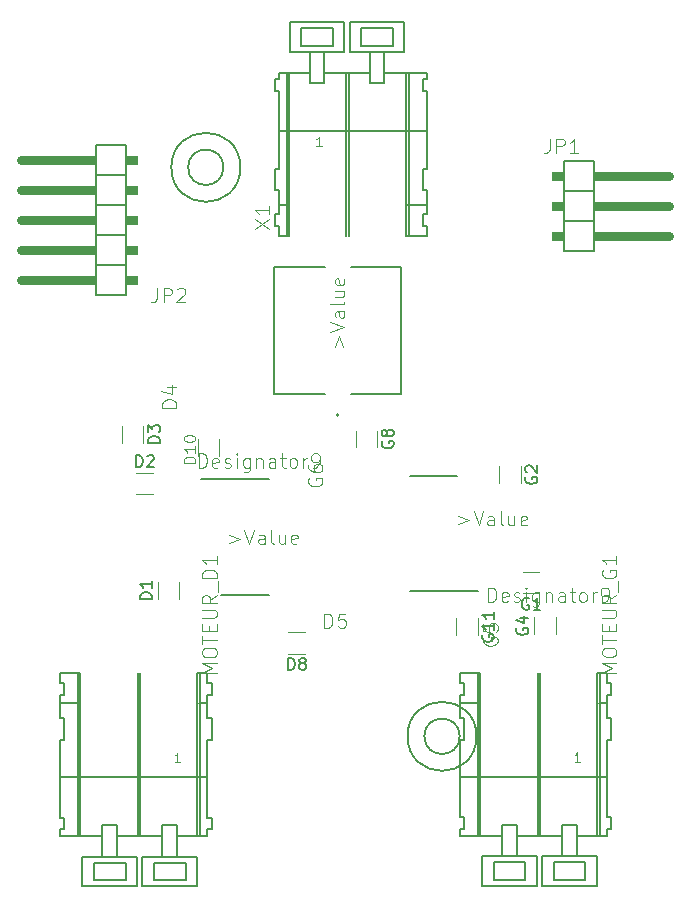
<source format=gbr>
%TF.GenerationSoftware,KiCad,Pcbnew,5.99.0+really5.1.10+dfsg1-1*%
%TF.CreationDate,2022-06-20T00:45:27+02:00*%
%TF.ProjectId,PontHComplet_MK2,506f6e74-4843-46f6-9d70-6c65745f4d4b,rev?*%
%TF.SameCoordinates,Original*%
%TF.FileFunction,Legend,Top*%
%TF.FilePolarity,Positive*%
%FSLAX46Y46*%
G04 Gerber Fmt 4.6, Leading zero omitted, Abs format (unit mm)*
G04 Created by KiCad (PCBNEW 5.99.0+really5.1.10+dfsg1-1) date 2022-06-20 00:45:27*
%MOMM*%
%LPD*%
G01*
G04 APERTURE LIST*
%ADD10C,0.120000*%
%ADD11C,0.203200*%
%ADD12C,0.152400*%
%ADD13C,0.100000*%
%ADD14C,0.762000*%
%ADD15C,0.150000*%
%ADD16C,0.077216*%
%ADD17C,0.096520*%
%ADD18C,0.076200*%
%ADD19C,0.120650*%
%ADD20C,0.065024*%
G04 APERTURE END LIST*
D10*
%TO.C,G11*%
X160010000Y-119188748D02*
X160010000Y-120611252D01*
X158190000Y-119188748D02*
X158190000Y-120611252D01*
%TO.C,D1*%
X132924424Y-117527532D02*
X132924424Y-116105028D01*
X134744424Y-117527532D02*
X134744424Y-116105028D01*
%TO.C,D2*%
X131109335Y-106871986D02*
X132531839Y-106871986D01*
X131109335Y-108691986D02*
X132531839Y-108691986D01*
%TO.C,D3*%
X131710000Y-102888748D02*
X131710000Y-104311252D01*
X129890000Y-102888748D02*
X129890000Y-104311252D01*
%TO.C,D8*%
X145413764Y-122164899D02*
X143991260Y-122164899D01*
X145413764Y-120344899D02*
X143991260Y-120344899D01*
%TO.C,G1*%
X165251529Y-117065945D02*
X163829025Y-117065945D01*
X165251529Y-115245945D02*
X163829025Y-115245945D01*
%TO.C,G2*%
X163670596Y-106307134D02*
X163670596Y-107729638D01*
X161850596Y-106307134D02*
X161850596Y-107729638D01*
%TO.C,G4*%
X164792709Y-120519026D02*
X164792709Y-119096522D01*
X166612709Y-120519026D02*
X166612709Y-119096522D01*
%TO.C,G8*%
X151510000Y-103288748D02*
X151510000Y-104711252D01*
X149690000Y-103288748D02*
X149690000Y-104711252D01*
%TO.C,D10*%
X136340000Y-105461252D02*
X136340000Y-104038748D01*
X138160000Y-105461252D02*
X138160000Y-104038748D01*
D11*
%TO.C,DRIVER_DROIT1*%
X136623956Y-107425283D02*
X142338956Y-107425283D01*
X138325756Y-117229683D02*
X142338956Y-117229683D01*
%TO.C,DRIVER_GAUCHE1*%
X160012468Y-116911524D02*
X154297468Y-116911524D01*
X158310668Y-107107124D02*
X154297468Y-107107124D01*
D12*
%TO.C,G3*%
X147073156Y-89455077D02*
X142780556Y-89455077D01*
X149257556Y-100224677D02*
X153550156Y-100224677D01*
X142780556Y-100224677D02*
X147073156Y-100224677D01*
X142780556Y-89455077D02*
X142780556Y-100224677D01*
X153550156Y-89455077D02*
X149257556Y-89455077D01*
X153550156Y-100224677D02*
X153550156Y-89455077D01*
X148165356Y-101901077D02*
G75*
G03*
X148165356Y-102053477I0J-76200D01*
G01*
X148165356Y-102053477D02*
G75*
G03*
X148165356Y-101901077I0J76200D01*
G01*
D13*
%TO.C,JP1*%
G36*
X166290465Y-86438205D02*
G01*
X166290465Y-87200205D01*
X167306465Y-87200205D01*
X167306465Y-86438205D01*
X166290465Y-86438205D01*
G37*
G36*
X166290465Y-83898205D02*
G01*
X166290465Y-84660205D01*
X167306465Y-84660205D01*
X167306465Y-83898205D01*
X166290465Y-83898205D01*
G37*
G36*
X166290465Y-81358205D02*
G01*
X166290465Y-82120205D01*
X167306465Y-82120205D01*
X167306465Y-81358205D01*
X166290465Y-81358205D01*
G37*
G36*
X169846465Y-86438205D02*
G01*
X169846465Y-87200205D01*
X170354465Y-87200205D01*
X170354465Y-86438205D01*
X169846465Y-86438205D01*
G37*
G36*
X169846465Y-83898205D02*
G01*
X169846465Y-84660205D01*
X170354465Y-84660205D01*
X170354465Y-83898205D01*
X169846465Y-83898205D01*
G37*
G36*
X169846465Y-81358205D02*
G01*
X169846465Y-82120205D01*
X170354465Y-82120205D01*
X170354465Y-81358205D01*
X169846465Y-81358205D01*
G37*
D14*
X176196465Y-86819205D02*
X170481465Y-86819205D01*
D12*
X169846465Y-88089205D02*
X169846465Y-85549205D01*
X167306465Y-88089205D02*
X169846465Y-88089205D01*
X167306465Y-85549205D02*
X167306465Y-88089205D01*
D14*
X176196465Y-84279205D02*
X170481465Y-84279205D01*
D12*
X169846465Y-85549205D02*
X169846465Y-83009205D01*
X167306465Y-85549205D02*
X169846465Y-85549205D01*
X167306465Y-83009205D02*
X167306465Y-85549205D01*
D14*
X176196465Y-81739205D02*
X170481465Y-81739205D01*
D12*
X169846465Y-80469205D02*
X167306465Y-80469205D01*
X169846465Y-83009205D02*
X169846465Y-80469205D01*
X167306465Y-83009205D02*
X169846465Y-83009205D01*
X167306465Y-80469205D02*
X167306465Y-83009205D01*
D13*
%TO.C,JP2*%
G36*
X131253706Y-80798136D02*
G01*
X131253706Y-80036136D01*
X130237706Y-80036136D01*
X130237706Y-80798136D01*
X131253706Y-80798136D01*
G37*
G36*
X131253706Y-83338136D02*
G01*
X131253706Y-82576136D01*
X130237706Y-82576136D01*
X130237706Y-83338136D01*
X131253706Y-83338136D01*
G37*
G36*
X131253706Y-85878136D02*
G01*
X131253706Y-85116136D01*
X130237706Y-85116136D01*
X130237706Y-85878136D01*
X131253706Y-85878136D01*
G37*
G36*
X131253706Y-88418136D02*
G01*
X131253706Y-87656136D01*
X130237706Y-87656136D01*
X130237706Y-88418136D01*
X131253706Y-88418136D01*
G37*
G36*
X131253706Y-90958136D02*
G01*
X131253706Y-90196136D01*
X130237706Y-90196136D01*
X130237706Y-90958136D01*
X131253706Y-90958136D01*
G37*
G36*
X127697706Y-80798136D02*
G01*
X127697706Y-80036136D01*
X127189706Y-80036136D01*
X127189706Y-80798136D01*
X127697706Y-80798136D01*
G37*
G36*
X127697706Y-83338136D02*
G01*
X127697706Y-82576136D01*
X127189706Y-82576136D01*
X127189706Y-83338136D01*
X127697706Y-83338136D01*
G37*
G36*
X127697706Y-85878136D02*
G01*
X127697706Y-85116136D01*
X127189706Y-85116136D01*
X127189706Y-85878136D01*
X127697706Y-85878136D01*
G37*
G36*
X127697706Y-88418136D02*
G01*
X127697706Y-87656136D01*
X127189706Y-87656136D01*
X127189706Y-88418136D01*
X127697706Y-88418136D01*
G37*
G36*
X127697706Y-90958136D02*
G01*
X127697706Y-90196136D01*
X127189706Y-90196136D01*
X127189706Y-90958136D01*
X127697706Y-90958136D01*
G37*
D14*
X121347706Y-80417136D02*
X127062706Y-80417136D01*
D12*
X127697706Y-79147136D02*
X127697706Y-81687136D01*
X130237706Y-79147136D02*
X127697706Y-79147136D01*
X130237706Y-81687136D02*
X130237706Y-79147136D01*
D14*
X121347706Y-82957136D02*
X127062706Y-82957136D01*
D12*
X127697706Y-81687136D02*
X127697706Y-84227136D01*
X130237706Y-81687136D02*
X127697706Y-81687136D01*
X130237706Y-84227136D02*
X130237706Y-81687136D01*
D14*
X121347706Y-85497136D02*
X127062706Y-85497136D01*
D12*
X127697706Y-84227136D02*
X127697706Y-86767136D01*
X130237706Y-84227136D02*
X127697706Y-84227136D01*
X130237706Y-86767136D02*
X130237706Y-84227136D01*
D14*
X121347706Y-88037136D02*
X127062706Y-88037136D01*
D12*
X127697706Y-86767136D02*
X127697706Y-89307136D01*
X130237706Y-86767136D02*
X127697706Y-86767136D01*
X130237706Y-89307136D02*
X130237706Y-86767136D01*
D14*
X121347706Y-90577136D02*
X127062706Y-90577136D01*
D12*
X127697706Y-91847136D02*
X130237706Y-91847136D01*
X127697706Y-89307136D02*
X127697706Y-91847136D01*
X130237706Y-89307136D02*
X127697706Y-89307136D01*
X130237706Y-91847136D02*
X130237706Y-89307136D01*
D11*
%TO.C,MOTEUR_D1*%
X137083406Y-132660636D02*
X124673406Y-132660636D01*
X133308406Y-137585636D02*
X129474406Y-137585636D01*
X131253406Y-137560636D02*
X131253406Y-123810636D01*
X131453406Y-137560636D02*
X131453406Y-123810636D01*
X126173406Y-137560636D02*
X126173406Y-123810636D01*
X128228406Y-137585636D02*
X124648406Y-137585636D01*
X128253406Y-136710636D02*
X128253406Y-139360636D01*
X129453406Y-136710636D02*
X128253406Y-136710636D01*
X129453406Y-139360636D02*
X129453406Y-136710636D01*
X127503406Y-141360636D02*
X130203406Y-141360636D01*
X127503406Y-139860636D02*
X127503406Y-141360636D01*
X130203406Y-139860636D02*
X127503406Y-139860636D01*
X130203406Y-141360636D02*
X130203406Y-139860636D01*
X124973406Y-137060636D02*
X124973406Y-136060636D01*
X124623406Y-137060636D02*
X124973406Y-137060636D01*
X126373406Y-137560636D02*
X126373406Y-123810636D01*
X126553406Y-141860636D02*
X131153406Y-141860636D01*
X126553406Y-139360636D02*
X126553406Y-141860636D01*
X128253406Y-139360636D02*
X126553406Y-139360636D01*
X129453406Y-139360636D02*
X128253406Y-139360636D01*
X131153406Y-139360636D02*
X129453406Y-139360636D01*
X131153406Y-141860636D02*
X131153406Y-139360636D01*
X124623406Y-137060636D02*
X124623406Y-137560636D01*
X124973406Y-124660636D02*
X124623406Y-124660636D01*
X124973406Y-125660636D02*
X124973406Y-124660636D01*
X124623406Y-125660636D02*
X124973406Y-125660636D01*
X124973406Y-127660636D02*
X124623406Y-127660636D01*
X124973406Y-129460636D02*
X124973406Y-127660636D01*
X124623406Y-129460636D02*
X124973406Y-129460636D01*
X124973406Y-136060636D02*
X124623406Y-136060636D01*
X126323406Y-126360636D02*
X124623406Y-126360636D01*
X124623406Y-129460636D02*
X124623406Y-136060636D01*
X124623406Y-126360636D02*
X124623406Y-127660636D01*
X124623406Y-125660636D02*
X124623406Y-126360636D01*
X124623406Y-123810636D02*
X124623406Y-124660636D01*
X126373406Y-123810636D02*
X124623406Y-123810636D01*
X136483406Y-137560636D02*
X136483406Y-123810636D01*
X137133406Y-137585636D02*
X134558406Y-137585636D01*
X133333406Y-136710636D02*
X133333406Y-139360636D01*
X134533406Y-136710636D02*
X133333406Y-136710636D01*
X134533406Y-139360636D02*
X134533406Y-136710636D01*
X132583406Y-141360636D02*
X135283406Y-141360636D01*
X132583406Y-139860636D02*
X132583406Y-141360636D01*
X135283406Y-139860636D02*
X132583406Y-139860636D01*
X135283406Y-141360636D02*
X135283406Y-139860636D01*
X131633406Y-141860636D02*
X136233406Y-141860636D01*
X131633406Y-139360636D02*
X131633406Y-141860636D01*
X133333406Y-139360636D02*
X131633406Y-139360636D01*
X134533406Y-139360636D02*
X133333406Y-139360636D01*
X136233406Y-139360636D02*
X134533406Y-139360636D01*
X136233406Y-141860636D02*
X136233406Y-139360636D01*
X136283406Y-137560636D02*
X136283406Y-123810636D01*
X137483406Y-137060636D02*
X137483406Y-136060636D01*
X137133406Y-137060636D02*
X137483406Y-137060636D01*
X137133406Y-137585636D02*
X137133406Y-137060636D01*
X137133406Y-126360636D02*
X136433406Y-126360636D01*
X136483406Y-123810636D02*
X136283406Y-123810636D01*
X137133406Y-123810636D02*
X136483406Y-123810636D01*
X137133406Y-124660636D02*
X137133406Y-123810636D01*
X137483406Y-124660636D02*
X137133406Y-124660636D01*
X137483406Y-125660636D02*
X137483406Y-124660636D01*
X137133406Y-125660636D02*
X137483406Y-125660636D01*
X137133406Y-127660636D02*
X137133406Y-125660636D01*
X137483406Y-127660636D02*
X137133406Y-127660636D01*
X137483406Y-129460636D02*
X137483406Y-127660636D01*
X137133406Y-129460636D02*
X137483406Y-129460636D01*
X137133406Y-136060636D02*
X137133406Y-129460636D01*
X137483406Y-136060636D02*
X137133406Y-136060636D01*
%TO.C,MOTEUR_G1*%
X170941606Y-132649205D02*
X158531606Y-132649205D01*
X167166606Y-137574205D02*
X163332606Y-137574205D01*
X165111606Y-137549205D02*
X165111606Y-123799205D01*
X165311606Y-137549205D02*
X165311606Y-123799205D01*
X160031606Y-137549205D02*
X160031606Y-123799205D01*
X162086606Y-137574205D02*
X158506606Y-137574205D01*
X162111606Y-136699205D02*
X162111606Y-139349205D01*
X163311606Y-136699205D02*
X162111606Y-136699205D01*
X163311606Y-139349205D02*
X163311606Y-136699205D01*
X161361606Y-141349205D02*
X164061606Y-141349205D01*
X161361606Y-139849205D02*
X161361606Y-141349205D01*
X164061606Y-139849205D02*
X161361606Y-139849205D01*
X164061606Y-141349205D02*
X164061606Y-139849205D01*
X158831606Y-137049205D02*
X158831606Y-136049205D01*
X158481606Y-137049205D02*
X158831606Y-137049205D01*
X160231606Y-137549205D02*
X160231606Y-123799205D01*
X160411606Y-141849205D02*
X165011606Y-141849205D01*
X160411606Y-139349205D02*
X160411606Y-141849205D01*
X162111606Y-139349205D02*
X160411606Y-139349205D01*
X163311606Y-139349205D02*
X162111606Y-139349205D01*
X165011606Y-139349205D02*
X163311606Y-139349205D01*
X165011606Y-141849205D02*
X165011606Y-139349205D01*
X158481606Y-137049205D02*
X158481606Y-137549205D01*
X158831606Y-124649205D02*
X158481606Y-124649205D01*
X158831606Y-125649205D02*
X158831606Y-124649205D01*
X158481606Y-125649205D02*
X158831606Y-125649205D01*
X158831606Y-127649205D02*
X158481606Y-127649205D01*
X158831606Y-129449205D02*
X158831606Y-127649205D01*
X158481606Y-129449205D02*
X158831606Y-129449205D01*
X158831606Y-136049205D02*
X158481606Y-136049205D01*
X160181606Y-126349205D02*
X158481606Y-126349205D01*
X158481606Y-129449205D02*
X158481606Y-136049205D01*
X158481606Y-126349205D02*
X158481606Y-127649205D01*
X158481606Y-125649205D02*
X158481606Y-126349205D01*
X158481606Y-123799205D02*
X158481606Y-124649205D01*
X160231606Y-123799205D02*
X158481606Y-123799205D01*
X170341606Y-137549205D02*
X170341606Y-123799205D01*
X170991606Y-137574205D02*
X168416606Y-137574205D01*
X167191606Y-136699205D02*
X167191606Y-139349205D01*
X168391606Y-136699205D02*
X167191606Y-136699205D01*
X168391606Y-139349205D02*
X168391606Y-136699205D01*
X166441606Y-141349205D02*
X169141606Y-141349205D01*
X166441606Y-139849205D02*
X166441606Y-141349205D01*
X169141606Y-139849205D02*
X166441606Y-139849205D01*
X169141606Y-141349205D02*
X169141606Y-139849205D01*
X165491606Y-141849205D02*
X170091606Y-141849205D01*
X165491606Y-139349205D02*
X165491606Y-141849205D01*
X167191606Y-139349205D02*
X165491606Y-139349205D01*
X168391606Y-139349205D02*
X167191606Y-139349205D01*
X170091606Y-139349205D02*
X168391606Y-139349205D01*
X170091606Y-141849205D02*
X170091606Y-139349205D01*
X170141606Y-137549205D02*
X170141606Y-123799205D01*
X171341606Y-137049205D02*
X171341606Y-136049205D01*
X170991606Y-137049205D02*
X171341606Y-137049205D01*
X170991606Y-137574205D02*
X170991606Y-137049205D01*
X170991606Y-126349205D02*
X170291606Y-126349205D01*
X170341606Y-123799205D02*
X170141606Y-123799205D01*
X170991606Y-123799205D02*
X170341606Y-123799205D01*
X170991606Y-124649205D02*
X170991606Y-123799205D01*
X171341606Y-124649205D02*
X170991606Y-124649205D01*
X171341606Y-125649205D02*
X171341606Y-124649205D01*
X170991606Y-125649205D02*
X171341606Y-125649205D01*
X170991606Y-127649205D02*
X170991606Y-125649205D01*
X171341606Y-127649205D02*
X170991606Y-127649205D01*
X171341606Y-129449205D02*
X171341606Y-127649205D01*
X170991606Y-129449205D02*
X171341606Y-129449205D01*
X170991606Y-136049205D02*
X170991606Y-129449205D01*
X171341606Y-136049205D02*
X170991606Y-136049205D01*
%TO.C,X1*%
X143280577Y-77927102D02*
X155690577Y-77927102D01*
X147055577Y-73002102D02*
X150889577Y-73002102D01*
X149110577Y-73027102D02*
X149110577Y-86777102D01*
X148910577Y-73027102D02*
X148910577Y-86777102D01*
X154190577Y-73027102D02*
X154190577Y-86777102D01*
X152135577Y-73002102D02*
X155715577Y-73002102D01*
X152110577Y-73877102D02*
X152110577Y-71227102D01*
X150910577Y-73877102D02*
X152110577Y-73877102D01*
X150910577Y-71227102D02*
X150910577Y-73877102D01*
X152860577Y-69227102D02*
X150160577Y-69227102D01*
X152860577Y-70727102D02*
X152860577Y-69227102D01*
X150160577Y-70727102D02*
X152860577Y-70727102D01*
X150160577Y-69227102D02*
X150160577Y-70727102D01*
X155390577Y-73527102D02*
X155390577Y-74527102D01*
X155740577Y-73527102D02*
X155390577Y-73527102D01*
X153990577Y-73027102D02*
X153990577Y-86777102D01*
X153810577Y-68727102D02*
X149210577Y-68727102D01*
X153810577Y-71227102D02*
X153810577Y-68727102D01*
X152110577Y-71227102D02*
X153810577Y-71227102D01*
X150910577Y-71227102D02*
X152110577Y-71227102D01*
X149210577Y-71227102D02*
X150910577Y-71227102D01*
X149210577Y-68727102D02*
X149210577Y-71227102D01*
X155740577Y-73527102D02*
X155740577Y-73027102D01*
X155390577Y-85927102D02*
X155740577Y-85927102D01*
X155390577Y-84927102D02*
X155390577Y-85927102D01*
X155740577Y-84927102D02*
X155390577Y-84927102D01*
X155390577Y-82927102D02*
X155740577Y-82927102D01*
X155390577Y-81127102D02*
X155390577Y-82927102D01*
X155740577Y-81127102D02*
X155390577Y-81127102D01*
X155390577Y-74527102D02*
X155740577Y-74527102D01*
X154040577Y-84227102D02*
X155740577Y-84227102D01*
X155740577Y-81127102D02*
X155740577Y-74527102D01*
X155740577Y-84227102D02*
X155740577Y-82927102D01*
X155740577Y-84927102D02*
X155740577Y-84227102D01*
X155740577Y-86777102D02*
X155740577Y-85927102D01*
X153990577Y-86777102D02*
X155740577Y-86777102D01*
X143880577Y-73027102D02*
X143880577Y-86777102D01*
X143230577Y-73002102D02*
X145805577Y-73002102D01*
X147030577Y-73877102D02*
X147030577Y-71227102D01*
X145830577Y-73877102D02*
X147030577Y-73877102D01*
X145830577Y-71227102D02*
X145830577Y-73877102D01*
X147780577Y-69227102D02*
X145080577Y-69227102D01*
X147780577Y-70727102D02*
X147780577Y-69227102D01*
X145080577Y-70727102D02*
X147780577Y-70727102D01*
X145080577Y-69227102D02*
X145080577Y-70727102D01*
X148730577Y-68727102D02*
X144130577Y-68727102D01*
X148730577Y-71227102D02*
X148730577Y-68727102D01*
X147030577Y-71227102D02*
X148730577Y-71227102D01*
X145830577Y-71227102D02*
X147030577Y-71227102D01*
X144130577Y-71227102D02*
X145830577Y-71227102D01*
X144130577Y-68727102D02*
X144130577Y-71227102D01*
X144080577Y-73027102D02*
X144080577Y-86777102D01*
X142880577Y-73527102D02*
X142880577Y-74527102D01*
X143230577Y-73527102D02*
X142880577Y-73527102D01*
X143230577Y-73002102D02*
X143230577Y-73527102D01*
X143230577Y-84227102D02*
X143930577Y-84227102D01*
X143880577Y-86777102D02*
X144080577Y-86777102D01*
X143230577Y-86777102D02*
X143880577Y-86777102D01*
X143230577Y-85927102D02*
X143230577Y-86777102D01*
X142880577Y-85927102D02*
X143230577Y-85927102D01*
X142880577Y-84927102D02*
X142880577Y-85927102D01*
X143230577Y-84927102D02*
X142880577Y-84927102D01*
X143230577Y-82927102D02*
X143230577Y-84927102D01*
X142880577Y-82927102D02*
X143230577Y-82927102D01*
X142880577Y-81127102D02*
X142880577Y-82927102D01*
X143230577Y-81127102D02*
X142880577Y-81127102D01*
X143230577Y-74527102D02*
X143230577Y-81127102D01*
X142880577Y-74527102D02*
X143230577Y-74527102D01*
%TO.C,H1*%
X158500000Y-129173545D02*
G75*
G03*
X158500000Y-129173545I-1500000J0D01*
G01*
D12*
X159921000Y-129173545D02*
G75*
G03*
X159921000Y-129173545I-2921000J0D01*
G01*
D11*
%TO.C,H3*%
X138500000Y-81000000D02*
G75*
G03*
X138500000Y-81000000I-1500000J0D01*
G01*
D12*
X139921000Y-81000000D02*
G75*
G03*
X139921000Y-81000000I-2921000J0D01*
G01*
%TO.C,G11*%
D15*
X160450000Y-120590476D02*
X160402380Y-120685714D01*
X160402380Y-120828571D01*
X160450000Y-120971428D01*
X160545238Y-121066666D01*
X160640476Y-121114285D01*
X160830952Y-121161904D01*
X160973809Y-121161904D01*
X161164285Y-121114285D01*
X161259523Y-121066666D01*
X161354761Y-120971428D01*
X161402380Y-120828571D01*
X161402380Y-120733333D01*
X161354761Y-120590476D01*
X161307142Y-120542857D01*
X160973809Y-120542857D01*
X160973809Y-120733333D01*
X161402380Y-119590476D02*
X161402380Y-120161904D01*
X161402380Y-119876190D02*
X160402380Y-119876190D01*
X160545238Y-119971428D01*
X160640476Y-120066666D01*
X160688095Y-120161904D01*
X161402380Y-118638095D02*
X161402380Y-119209523D01*
X161402380Y-118923809D02*
X160402380Y-118923809D01*
X160545238Y-119019047D01*
X160640476Y-119114285D01*
X160688095Y-119209523D01*
%TO.C,D1*%
X132436804Y-117554375D02*
X131436804Y-117554375D01*
X131436804Y-117316280D01*
X131484424Y-117173422D01*
X131579662Y-117078184D01*
X131674900Y-117030565D01*
X131865376Y-116982946D01*
X132008233Y-116982946D01*
X132198709Y-117030565D01*
X132293947Y-117078184D01*
X132389185Y-117173422D01*
X132436804Y-117316280D01*
X132436804Y-117554375D01*
X132436804Y-116030565D02*
X132436804Y-116601994D01*
X132436804Y-116316280D02*
X131436804Y-116316280D01*
X131579662Y-116411518D01*
X131674900Y-116506756D01*
X131722519Y-116601994D01*
%TO.C,D2*%
X131082491Y-106384366D02*
X131082491Y-105384366D01*
X131320587Y-105384366D01*
X131463444Y-105431986D01*
X131558682Y-105527224D01*
X131606301Y-105622462D01*
X131653920Y-105812938D01*
X131653920Y-105955795D01*
X131606301Y-106146271D01*
X131558682Y-106241509D01*
X131463444Y-106336747D01*
X131320587Y-106384366D01*
X131082491Y-106384366D01*
X132034872Y-105479605D02*
X132082491Y-105431986D01*
X132177729Y-105384366D01*
X132415825Y-105384366D01*
X132511063Y-105431986D01*
X132558682Y-105479605D01*
X132606301Y-105574843D01*
X132606301Y-105670081D01*
X132558682Y-105812938D01*
X131987253Y-106384366D01*
X132606301Y-106384366D01*
%TO.C,D3*%
X133102380Y-104338095D02*
X132102380Y-104338095D01*
X132102380Y-104100000D01*
X132150000Y-103957142D01*
X132245238Y-103861904D01*
X132340476Y-103814285D01*
X132530952Y-103766666D01*
X132673809Y-103766666D01*
X132864285Y-103814285D01*
X132959523Y-103861904D01*
X133054761Y-103957142D01*
X133102380Y-104100000D01*
X133102380Y-104338095D01*
X132102380Y-103433333D02*
X132102380Y-102814285D01*
X132483333Y-103147619D01*
X132483333Y-103004761D01*
X132530952Y-102909523D01*
X132578571Y-102861904D01*
X132673809Y-102814285D01*
X132911904Y-102814285D01*
X133007142Y-102861904D01*
X133054761Y-102909523D01*
X133102380Y-103004761D01*
X133102380Y-103290476D01*
X133054761Y-103385714D01*
X133007142Y-103433333D01*
%TO.C,D8*%
X143964416Y-123557279D02*
X143964416Y-122557279D01*
X144202512Y-122557279D01*
X144345369Y-122604899D01*
X144440607Y-122700137D01*
X144488226Y-122795375D01*
X144535845Y-122985851D01*
X144535845Y-123128708D01*
X144488226Y-123319184D01*
X144440607Y-123414422D01*
X144345369Y-123509660D01*
X144202512Y-123557279D01*
X143964416Y-123557279D01*
X145107273Y-122985851D02*
X145012035Y-122938232D01*
X144964416Y-122890613D01*
X144916797Y-122795375D01*
X144916797Y-122747756D01*
X144964416Y-122652518D01*
X145012035Y-122604899D01*
X145107273Y-122557279D01*
X145297750Y-122557279D01*
X145392988Y-122604899D01*
X145440607Y-122652518D01*
X145488226Y-122747756D01*
X145488226Y-122795375D01*
X145440607Y-122890613D01*
X145392988Y-122938232D01*
X145297750Y-122985851D01*
X145107273Y-122985851D01*
X145012035Y-123033470D01*
X144964416Y-123081089D01*
X144916797Y-123176327D01*
X144916797Y-123366803D01*
X144964416Y-123462041D01*
X145012035Y-123509660D01*
X145107273Y-123557279D01*
X145297750Y-123557279D01*
X145392988Y-123509660D01*
X145440607Y-123462041D01*
X145488226Y-123366803D01*
X145488226Y-123176327D01*
X145440607Y-123081089D01*
X145392988Y-123033470D01*
X145297750Y-122985851D01*
%TO.C,G1*%
X164325991Y-117505945D02*
X164230753Y-117458325D01*
X164087896Y-117458325D01*
X163945038Y-117505945D01*
X163849800Y-117601183D01*
X163802181Y-117696421D01*
X163754562Y-117886897D01*
X163754562Y-118029754D01*
X163802181Y-118220230D01*
X163849800Y-118315468D01*
X163945038Y-118410706D01*
X164087896Y-118458325D01*
X164183134Y-118458325D01*
X164325991Y-118410706D01*
X164373610Y-118363087D01*
X164373610Y-118029754D01*
X164183134Y-118029754D01*
X165325991Y-118458325D02*
X164754562Y-118458325D01*
X165040277Y-118458325D02*
X165040277Y-117458325D01*
X164945038Y-117601183D01*
X164849800Y-117696421D01*
X164754562Y-117744040D01*
%TO.C,G2*%
X164110596Y-107232671D02*
X164062976Y-107327909D01*
X164062976Y-107470766D01*
X164110596Y-107613624D01*
X164205834Y-107708862D01*
X164301072Y-107756481D01*
X164491548Y-107804100D01*
X164634405Y-107804100D01*
X164824881Y-107756481D01*
X164920119Y-107708862D01*
X165015357Y-107613624D01*
X165062976Y-107470766D01*
X165062976Y-107375528D01*
X165015357Y-107232671D01*
X164967738Y-107185052D01*
X164634405Y-107185052D01*
X164634405Y-107375528D01*
X164158215Y-106804100D02*
X164110596Y-106756481D01*
X164062976Y-106661243D01*
X164062976Y-106423147D01*
X164110596Y-106327909D01*
X164158215Y-106280290D01*
X164253453Y-106232671D01*
X164348691Y-106232671D01*
X164491548Y-106280290D01*
X165062976Y-106851719D01*
X165062976Y-106232671D01*
%TO.C,G4*%
X163352709Y-120022059D02*
X163305089Y-120117297D01*
X163305089Y-120260154D01*
X163352709Y-120403012D01*
X163447947Y-120498250D01*
X163543185Y-120545869D01*
X163733661Y-120593488D01*
X163876518Y-120593488D01*
X164066994Y-120545869D01*
X164162232Y-120498250D01*
X164257470Y-120403012D01*
X164305089Y-120260154D01*
X164305089Y-120164916D01*
X164257470Y-120022059D01*
X164209851Y-119974440D01*
X163876518Y-119974440D01*
X163876518Y-120164916D01*
X163638423Y-119117297D02*
X164305089Y-119117297D01*
X163257470Y-119355393D02*
X163971756Y-119593488D01*
X163971756Y-118974440D01*
%TO.C,G8*%
X151950000Y-104214285D02*
X151902380Y-104309523D01*
X151902380Y-104452380D01*
X151950000Y-104595238D01*
X152045238Y-104690476D01*
X152140476Y-104738095D01*
X152330952Y-104785714D01*
X152473809Y-104785714D01*
X152664285Y-104738095D01*
X152759523Y-104690476D01*
X152854761Y-104595238D01*
X152902380Y-104452380D01*
X152902380Y-104357142D01*
X152854761Y-104214285D01*
X152807142Y-104166666D01*
X152473809Y-104166666D01*
X152473809Y-104357142D01*
X152330952Y-103595238D02*
X152283333Y-103690476D01*
X152235714Y-103738095D01*
X152140476Y-103785714D01*
X152092857Y-103785714D01*
X151997619Y-103738095D01*
X151950000Y-103690476D01*
X151902380Y-103595238D01*
X151902380Y-103404761D01*
X151950000Y-103309523D01*
X151997619Y-103261904D01*
X152092857Y-103214285D01*
X152140476Y-103214285D01*
X152235714Y-103261904D01*
X152283333Y-103309523D01*
X152330952Y-103404761D01*
X152330952Y-103595238D01*
X152378571Y-103690476D01*
X152426190Y-103738095D01*
X152521428Y-103785714D01*
X152711904Y-103785714D01*
X152807142Y-103738095D01*
X152854761Y-103690476D01*
X152902380Y-103595238D01*
X152902380Y-103404761D01*
X152854761Y-103309523D01*
X152807142Y-103261904D01*
X152711904Y-103214285D01*
X152521428Y-103214285D01*
X152426190Y-103261904D01*
X152378571Y-103309523D01*
X152330952Y-103404761D01*
%TO.C,D10*%
D16*
X136104038Y-106070000D02*
X135138838Y-106070000D01*
X135138838Y-105840190D01*
X135184800Y-105702304D01*
X135276723Y-105610381D01*
X135368647Y-105564419D01*
X135552495Y-105518457D01*
X135690380Y-105518457D01*
X135874228Y-105564419D01*
X135966152Y-105610381D01*
X136058076Y-105702304D01*
X136104038Y-105840190D01*
X136104038Y-106070000D01*
X136104038Y-104599219D02*
X136104038Y-105150761D01*
X136104038Y-104874990D02*
X135138838Y-104874990D01*
X135276723Y-104966914D01*
X135368647Y-105058838D01*
X135414609Y-105150761D01*
X135138838Y-104001714D02*
X135138838Y-103909790D01*
X135184800Y-103817866D01*
X135230761Y-103771904D01*
X135322685Y-103725942D01*
X135506533Y-103679981D01*
X135736342Y-103679981D01*
X135920190Y-103725942D01*
X136012114Y-103771904D01*
X136058076Y-103817866D01*
X136104038Y-103909790D01*
X136104038Y-104001714D01*
X136058076Y-104093638D01*
X136012114Y-104139600D01*
X135920190Y-104185561D01*
X135736342Y-104231523D01*
X135506533Y-104231523D01*
X135322685Y-104185561D01*
X135230761Y-104139600D01*
X135184800Y-104093638D01*
X135138838Y-104001714D01*
%TO.C,D4*%
D17*
X134512547Y-101345000D02*
X133306047Y-101345000D01*
X133306047Y-101057738D01*
X133363500Y-100885381D01*
X133478404Y-100770476D01*
X133593309Y-100713023D01*
X133823119Y-100655571D01*
X133995476Y-100655571D01*
X134225285Y-100713023D01*
X134340190Y-100770476D01*
X134455095Y-100885381D01*
X134512547Y-101057738D01*
X134512547Y-101345000D01*
X133708214Y-99621428D02*
X134512547Y-99621428D01*
X133248595Y-99908690D02*
X134110380Y-100195952D01*
X134110380Y-99449071D01*
%TO.C,D5*%
X147032914Y-119986042D02*
X147032914Y-118779542D01*
X147320176Y-118779542D01*
X147492533Y-118836995D01*
X147607438Y-118951899D01*
X147664891Y-119066804D01*
X147722343Y-119296614D01*
X147722343Y-119468971D01*
X147664891Y-119698780D01*
X147607438Y-119813685D01*
X147492533Y-119928590D01*
X147320176Y-119986042D01*
X147032914Y-119986042D01*
X148813938Y-118779542D02*
X148239414Y-118779542D01*
X148181962Y-119354066D01*
X148239414Y-119296614D01*
X148354319Y-119239161D01*
X148641581Y-119239161D01*
X148756486Y-119296614D01*
X148813938Y-119354066D01*
X148871391Y-119468971D01*
X148871391Y-119756233D01*
X148813938Y-119871137D01*
X148756486Y-119928590D01*
X148641581Y-119986042D01*
X148354319Y-119986042D01*
X148239414Y-119928590D01*
X148181962Y-119871137D01*
%TO.C,DRIVER_DROIT1*%
D18*
X138941947Y-112100697D02*
X139861186Y-112445411D01*
X138941947Y-112790125D01*
X140263352Y-111698530D02*
X140665519Y-112905030D01*
X141067686Y-111698530D01*
X141986924Y-112905030D02*
X141986924Y-112273054D01*
X141929471Y-112158149D01*
X141814566Y-112100697D01*
X141584757Y-112100697D01*
X141469852Y-112158149D01*
X141986924Y-112847578D02*
X141872019Y-112905030D01*
X141584757Y-112905030D01*
X141469852Y-112847578D01*
X141412400Y-112732673D01*
X141412400Y-112617768D01*
X141469852Y-112502863D01*
X141584757Y-112445411D01*
X141872019Y-112445411D01*
X141986924Y-112387959D01*
X142733805Y-112905030D02*
X142618900Y-112847578D01*
X142561447Y-112732673D01*
X142561447Y-111698530D01*
X143710495Y-112100697D02*
X143710495Y-112905030D01*
X143193424Y-112100697D02*
X143193424Y-112732673D01*
X143250876Y-112847578D01*
X143365781Y-112905030D01*
X143538138Y-112905030D01*
X143653043Y-112847578D01*
X143710495Y-112790125D01*
X144744638Y-112847578D02*
X144629733Y-112905030D01*
X144399924Y-112905030D01*
X144285019Y-112847578D01*
X144227566Y-112732673D01*
X144227566Y-112273054D01*
X144285019Y-112158149D01*
X144399924Y-112100697D01*
X144629733Y-112100697D01*
X144744638Y-112158149D01*
X144802090Y-112273054D01*
X144802090Y-112387959D01*
X144227566Y-112502863D01*
X136401947Y-106428030D02*
X136401947Y-105221530D01*
X136689209Y-105221530D01*
X136861566Y-105278983D01*
X136976471Y-105393887D01*
X137033924Y-105508792D01*
X137091376Y-105738602D01*
X137091376Y-105910959D01*
X137033924Y-106140768D01*
X136976471Y-106255673D01*
X136861566Y-106370578D01*
X136689209Y-106428030D01*
X136401947Y-106428030D01*
X138068066Y-106370578D02*
X137953162Y-106428030D01*
X137723352Y-106428030D01*
X137608447Y-106370578D01*
X137550995Y-106255673D01*
X137550995Y-105796054D01*
X137608447Y-105681149D01*
X137723352Y-105623697D01*
X137953162Y-105623697D01*
X138068066Y-105681149D01*
X138125519Y-105796054D01*
X138125519Y-105910959D01*
X137550995Y-106025863D01*
X138585138Y-106370578D02*
X138700043Y-106428030D01*
X138929852Y-106428030D01*
X139044757Y-106370578D01*
X139102209Y-106255673D01*
X139102209Y-106198221D01*
X139044757Y-106083316D01*
X138929852Y-106025863D01*
X138757495Y-106025863D01*
X138642590Y-105968411D01*
X138585138Y-105853506D01*
X138585138Y-105796054D01*
X138642590Y-105681149D01*
X138757495Y-105623697D01*
X138929852Y-105623697D01*
X139044757Y-105681149D01*
X139619281Y-106428030D02*
X139619281Y-105623697D01*
X139619281Y-105221530D02*
X139561828Y-105278983D01*
X139619281Y-105336435D01*
X139676733Y-105278983D01*
X139619281Y-105221530D01*
X139619281Y-105336435D01*
X140710876Y-105623697D02*
X140710876Y-106600387D01*
X140653424Y-106715292D01*
X140595971Y-106772744D01*
X140481066Y-106830197D01*
X140308709Y-106830197D01*
X140193805Y-106772744D01*
X140710876Y-106370578D02*
X140595971Y-106428030D01*
X140366162Y-106428030D01*
X140251257Y-106370578D01*
X140193805Y-106313125D01*
X140136352Y-106198221D01*
X140136352Y-105853506D01*
X140193805Y-105738602D01*
X140251257Y-105681149D01*
X140366162Y-105623697D01*
X140595971Y-105623697D01*
X140710876Y-105681149D01*
X141285400Y-105623697D02*
X141285400Y-106428030D01*
X141285400Y-105738602D02*
X141342852Y-105681149D01*
X141457757Y-105623697D01*
X141630114Y-105623697D01*
X141745019Y-105681149D01*
X141802471Y-105796054D01*
X141802471Y-106428030D01*
X142894066Y-106428030D02*
X142894066Y-105796054D01*
X142836614Y-105681149D01*
X142721709Y-105623697D01*
X142491900Y-105623697D01*
X142376995Y-105681149D01*
X142894066Y-106370578D02*
X142779162Y-106428030D01*
X142491900Y-106428030D01*
X142376995Y-106370578D01*
X142319543Y-106255673D01*
X142319543Y-106140768D01*
X142376995Y-106025863D01*
X142491900Y-105968411D01*
X142779162Y-105968411D01*
X142894066Y-105910959D01*
X143296233Y-105623697D02*
X143755852Y-105623697D01*
X143468590Y-105221530D02*
X143468590Y-106255673D01*
X143526043Y-106370578D01*
X143640947Y-106428030D01*
X143755852Y-106428030D01*
X144330376Y-106428030D02*
X144215471Y-106370578D01*
X144158019Y-106313125D01*
X144100566Y-106198221D01*
X144100566Y-105853506D01*
X144158019Y-105738602D01*
X144215471Y-105681149D01*
X144330376Y-105623697D01*
X144502733Y-105623697D01*
X144617638Y-105681149D01*
X144675090Y-105738602D01*
X144732543Y-105853506D01*
X144732543Y-106198221D01*
X144675090Y-106313125D01*
X144617638Y-106370578D01*
X144502733Y-106428030D01*
X144330376Y-106428030D01*
X145249614Y-106428030D02*
X145249614Y-105623697D01*
X145249614Y-105853506D02*
X145307066Y-105738602D01*
X145364519Y-105681149D01*
X145479424Y-105623697D01*
X145594328Y-105623697D01*
X146053947Y-106428030D02*
X146283757Y-106428030D01*
X146398662Y-106370578D01*
X146456114Y-106313125D01*
X146571019Y-106140768D01*
X146628471Y-105910959D01*
X146628471Y-105451340D01*
X146571019Y-105336435D01*
X146513566Y-105278983D01*
X146398662Y-105221530D01*
X146168852Y-105221530D01*
X146053947Y-105278983D01*
X145996495Y-105336435D01*
X145939043Y-105451340D01*
X145939043Y-105738602D01*
X145996495Y-105853506D01*
X146053947Y-105910959D01*
X146168852Y-105968411D01*
X146398662Y-105968411D01*
X146513566Y-105910959D01*
X146571019Y-105853506D01*
X146628471Y-105738602D01*
%TO.C,DRIVER_GAUCHE1*%
X158368059Y-110512538D02*
X159287298Y-110857252D01*
X158368059Y-111201966D01*
X159689464Y-110110371D02*
X160091631Y-111316871D01*
X160493798Y-110110371D01*
X161413036Y-111316871D02*
X161413036Y-110684895D01*
X161355583Y-110569990D01*
X161240678Y-110512538D01*
X161010869Y-110512538D01*
X160895964Y-110569990D01*
X161413036Y-111259419D02*
X161298131Y-111316871D01*
X161010869Y-111316871D01*
X160895964Y-111259419D01*
X160838512Y-111144514D01*
X160838512Y-111029609D01*
X160895964Y-110914704D01*
X161010869Y-110857252D01*
X161298131Y-110857252D01*
X161413036Y-110799800D01*
X162159917Y-111316871D02*
X162045012Y-111259419D01*
X161987559Y-111144514D01*
X161987559Y-110110371D01*
X163136607Y-110512538D02*
X163136607Y-111316871D01*
X162619536Y-110512538D02*
X162619536Y-111144514D01*
X162676988Y-111259419D01*
X162791893Y-111316871D01*
X162964250Y-111316871D01*
X163079155Y-111259419D01*
X163136607Y-111201966D01*
X164170750Y-111259419D02*
X164055845Y-111316871D01*
X163826036Y-111316871D01*
X163711131Y-111259419D01*
X163653678Y-111144514D01*
X163653678Y-110684895D01*
X163711131Y-110569990D01*
X163826036Y-110512538D01*
X164055845Y-110512538D01*
X164170750Y-110569990D01*
X164228202Y-110684895D01*
X164228202Y-110799800D01*
X163653678Y-110914704D01*
X160908059Y-117793871D02*
X160908059Y-116587371D01*
X161195321Y-116587371D01*
X161367678Y-116644824D01*
X161482583Y-116759728D01*
X161540036Y-116874633D01*
X161597488Y-117104443D01*
X161597488Y-117276800D01*
X161540036Y-117506609D01*
X161482583Y-117621514D01*
X161367678Y-117736419D01*
X161195321Y-117793871D01*
X160908059Y-117793871D01*
X162574178Y-117736419D02*
X162459274Y-117793871D01*
X162229464Y-117793871D01*
X162114559Y-117736419D01*
X162057107Y-117621514D01*
X162057107Y-117161895D01*
X162114559Y-117046990D01*
X162229464Y-116989538D01*
X162459274Y-116989538D01*
X162574178Y-117046990D01*
X162631631Y-117161895D01*
X162631631Y-117276800D01*
X162057107Y-117391704D01*
X163091250Y-117736419D02*
X163206155Y-117793871D01*
X163435964Y-117793871D01*
X163550869Y-117736419D01*
X163608321Y-117621514D01*
X163608321Y-117564062D01*
X163550869Y-117449157D01*
X163435964Y-117391704D01*
X163263607Y-117391704D01*
X163148702Y-117334252D01*
X163091250Y-117219347D01*
X163091250Y-117161895D01*
X163148702Y-117046990D01*
X163263607Y-116989538D01*
X163435964Y-116989538D01*
X163550869Y-117046990D01*
X164125393Y-117793871D02*
X164125393Y-116989538D01*
X164125393Y-116587371D02*
X164067940Y-116644824D01*
X164125393Y-116702276D01*
X164182845Y-116644824D01*
X164125393Y-116587371D01*
X164125393Y-116702276D01*
X165216988Y-116989538D02*
X165216988Y-117966228D01*
X165159536Y-118081133D01*
X165102083Y-118138585D01*
X164987178Y-118196038D01*
X164814821Y-118196038D01*
X164699917Y-118138585D01*
X165216988Y-117736419D02*
X165102083Y-117793871D01*
X164872274Y-117793871D01*
X164757369Y-117736419D01*
X164699917Y-117678966D01*
X164642464Y-117564062D01*
X164642464Y-117219347D01*
X164699917Y-117104443D01*
X164757369Y-117046990D01*
X164872274Y-116989538D01*
X165102083Y-116989538D01*
X165216988Y-117046990D01*
X165791512Y-116989538D02*
X165791512Y-117793871D01*
X165791512Y-117104443D02*
X165848964Y-117046990D01*
X165963869Y-116989538D01*
X166136226Y-116989538D01*
X166251131Y-117046990D01*
X166308583Y-117161895D01*
X166308583Y-117793871D01*
X167400178Y-117793871D02*
X167400178Y-117161895D01*
X167342726Y-117046990D01*
X167227821Y-116989538D01*
X166998012Y-116989538D01*
X166883107Y-117046990D01*
X167400178Y-117736419D02*
X167285274Y-117793871D01*
X166998012Y-117793871D01*
X166883107Y-117736419D01*
X166825655Y-117621514D01*
X166825655Y-117506609D01*
X166883107Y-117391704D01*
X166998012Y-117334252D01*
X167285274Y-117334252D01*
X167400178Y-117276800D01*
X167802345Y-116989538D02*
X168261964Y-116989538D01*
X167974702Y-116587371D02*
X167974702Y-117621514D01*
X168032155Y-117736419D01*
X168147059Y-117793871D01*
X168261964Y-117793871D01*
X168836488Y-117793871D02*
X168721583Y-117736419D01*
X168664131Y-117678966D01*
X168606678Y-117564062D01*
X168606678Y-117219347D01*
X168664131Y-117104443D01*
X168721583Y-117046990D01*
X168836488Y-116989538D01*
X169008845Y-116989538D01*
X169123750Y-117046990D01*
X169181202Y-117104443D01*
X169238655Y-117219347D01*
X169238655Y-117564062D01*
X169181202Y-117678966D01*
X169123750Y-117736419D01*
X169008845Y-117793871D01*
X168836488Y-117793871D01*
X169755726Y-117793871D02*
X169755726Y-116989538D01*
X169755726Y-117219347D02*
X169813178Y-117104443D01*
X169870631Y-117046990D01*
X169985536Y-116989538D01*
X170100440Y-116989538D01*
X170560059Y-117793871D02*
X170789869Y-117793871D01*
X170904774Y-117736419D01*
X170962226Y-117678966D01*
X171077131Y-117506609D01*
X171134583Y-117276800D01*
X171134583Y-116817181D01*
X171077131Y-116702276D01*
X171019678Y-116644824D01*
X170904774Y-116587371D01*
X170674964Y-116587371D01*
X170560059Y-116644824D01*
X170502607Y-116702276D01*
X170445155Y-116817181D01*
X170445155Y-117104443D01*
X170502607Y-117219347D01*
X170560059Y-117276800D01*
X170674964Y-117334252D01*
X170904774Y-117334252D01*
X171019678Y-117276800D01*
X171077131Y-117219347D01*
X171134583Y-117104443D01*
%TO.C,G3*%
X147938570Y-96230285D02*
X148283284Y-95311047D01*
X148627998Y-96230285D01*
X147536403Y-94908880D02*
X148742903Y-94506713D01*
X147536403Y-94104547D01*
X148742903Y-93185308D02*
X148110927Y-93185308D01*
X147996022Y-93242761D01*
X147938570Y-93357666D01*
X147938570Y-93587475D01*
X147996022Y-93702380D01*
X148685451Y-93185308D02*
X148742903Y-93300213D01*
X148742903Y-93587475D01*
X148685451Y-93702380D01*
X148570546Y-93759832D01*
X148455641Y-93759832D01*
X148340736Y-93702380D01*
X148283284Y-93587475D01*
X148283284Y-93300213D01*
X148225832Y-93185308D01*
X148742903Y-92438427D02*
X148685451Y-92553332D01*
X148570546Y-92610785D01*
X147536403Y-92610785D01*
X147938570Y-91461737D02*
X148742903Y-91461737D01*
X147938570Y-91978808D02*
X148570546Y-91978808D01*
X148685451Y-91921356D01*
X148742903Y-91806451D01*
X148742903Y-91634094D01*
X148685451Y-91519189D01*
X148627998Y-91461737D01*
X148685451Y-90427594D02*
X148742903Y-90542499D01*
X148742903Y-90772308D01*
X148685451Y-90887213D01*
X148570546Y-90944666D01*
X148110927Y-90944666D01*
X147996022Y-90887213D01*
X147938570Y-90772308D01*
X147938570Y-90542499D01*
X147996022Y-90427594D01*
X148110927Y-90370142D01*
X148225832Y-90370142D01*
X148340736Y-90944666D01*
%TO.C,G5*%
D17*
X160553824Y-120818803D02*
X160496371Y-120933708D01*
X160496371Y-121106065D01*
X160553824Y-121278422D01*
X160668728Y-121393327D01*
X160783633Y-121450780D01*
X161013443Y-121508232D01*
X161185800Y-121508232D01*
X161415609Y-121450780D01*
X161530514Y-121393327D01*
X161645419Y-121278422D01*
X161702871Y-121106065D01*
X161702871Y-120991161D01*
X161645419Y-120818803D01*
X161587966Y-120761351D01*
X161185800Y-120761351D01*
X161185800Y-120991161D01*
X160496371Y-119669756D02*
X160496371Y-120244280D01*
X161070895Y-120301732D01*
X161013443Y-120244280D01*
X160955990Y-120129375D01*
X160955990Y-119842113D01*
X161013443Y-119727208D01*
X161070895Y-119669756D01*
X161185800Y-119612303D01*
X161473062Y-119612303D01*
X161587966Y-119669756D01*
X161645419Y-119727208D01*
X161702871Y-119842113D01*
X161702871Y-120129375D01*
X161645419Y-120244280D01*
X161587966Y-120301732D01*
%TO.C,G6*%
X145723500Y-107324023D02*
X145666047Y-107438928D01*
X145666047Y-107611285D01*
X145723500Y-107783642D01*
X145838404Y-107898547D01*
X145953309Y-107956000D01*
X146183119Y-108013452D01*
X146355476Y-108013452D01*
X146585285Y-107956000D01*
X146700190Y-107898547D01*
X146815095Y-107783642D01*
X146872547Y-107611285D01*
X146872547Y-107496381D01*
X146815095Y-107324023D01*
X146757642Y-107266571D01*
X146355476Y-107266571D01*
X146355476Y-107496381D01*
X145666047Y-106232428D02*
X145666047Y-106462238D01*
X145723500Y-106577142D01*
X145780952Y-106634595D01*
X145953309Y-106749500D01*
X146183119Y-106806952D01*
X146642738Y-106806952D01*
X146757642Y-106749500D01*
X146815095Y-106692047D01*
X146872547Y-106577142D01*
X146872547Y-106347333D01*
X146815095Y-106232428D01*
X146757642Y-106174976D01*
X146642738Y-106117523D01*
X146355476Y-106117523D01*
X146240571Y-106174976D01*
X146183119Y-106232428D01*
X146125666Y-106347333D01*
X146125666Y-106577142D01*
X146183119Y-106692047D01*
X146240571Y-106749500D01*
X146355476Y-106806952D01*
%TO.C,JP1*%
D19*
X166111863Y-78570252D02*
X166111863Y-79432038D01*
X166054411Y-79604395D01*
X165939506Y-79719300D01*
X165767149Y-79776752D01*
X165652244Y-79776752D01*
X166686387Y-79776752D02*
X166686387Y-78570252D01*
X167146006Y-78570252D01*
X167260911Y-78627705D01*
X167318363Y-78685157D01*
X167375816Y-78800062D01*
X167375816Y-78972419D01*
X167318363Y-79087324D01*
X167260911Y-79144776D01*
X167146006Y-79202228D01*
X166686387Y-79202228D01*
X168524863Y-79776752D02*
X167835435Y-79776752D01*
X168180149Y-79776752D02*
X168180149Y-78570252D01*
X168065244Y-78742609D01*
X167950339Y-78857514D01*
X167835435Y-78914966D01*
%TO.C,JP2*%
X132853104Y-91218183D02*
X132853104Y-92079969D01*
X132795652Y-92252326D01*
X132680747Y-92367231D01*
X132508390Y-92424683D01*
X132393485Y-92424683D01*
X133427628Y-92424683D02*
X133427628Y-91218183D01*
X133887247Y-91218183D01*
X134002152Y-91275636D01*
X134059604Y-91333088D01*
X134117057Y-91447993D01*
X134117057Y-91620350D01*
X134059604Y-91735255D01*
X134002152Y-91792707D01*
X133887247Y-91850159D01*
X133427628Y-91850159D01*
X134576676Y-91333088D02*
X134634128Y-91275636D01*
X134749033Y-91218183D01*
X135036295Y-91218183D01*
X135151199Y-91275636D01*
X135208652Y-91333088D01*
X135266104Y-91447993D01*
X135266104Y-91562897D01*
X135208652Y-91735255D01*
X134519223Y-92424683D01*
X135266104Y-92424683D01*
%TO.C,MOTEUR_D1*%
D17*
X137910953Y-123805636D02*
X136704453Y-123805636D01*
X137566239Y-123403469D01*
X136704453Y-123001302D01*
X137910953Y-123001302D01*
X136704453Y-122196969D02*
X136704453Y-121967159D01*
X136761906Y-121852255D01*
X136876810Y-121737350D01*
X137106620Y-121679898D01*
X137508786Y-121679898D01*
X137738596Y-121737350D01*
X137853501Y-121852255D01*
X137910953Y-121967159D01*
X137910953Y-122196969D01*
X137853501Y-122311874D01*
X137738596Y-122426778D01*
X137508786Y-122484231D01*
X137106620Y-122484231D01*
X136876810Y-122426778D01*
X136761906Y-122311874D01*
X136704453Y-122196969D01*
X136704453Y-121335183D02*
X136704453Y-120645755D01*
X137910953Y-120990469D02*
X136704453Y-120990469D01*
X137278977Y-120243588D02*
X137278977Y-119841421D01*
X137910953Y-119669064D02*
X137910953Y-120243588D01*
X136704453Y-120243588D01*
X136704453Y-119669064D01*
X136704453Y-119151993D02*
X137681144Y-119151993D01*
X137796048Y-119094540D01*
X137853501Y-119037088D01*
X137910953Y-118922183D01*
X137910953Y-118692374D01*
X137853501Y-118577469D01*
X137796048Y-118520017D01*
X137681144Y-118462564D01*
X136704453Y-118462564D01*
X137910953Y-117198612D02*
X137336429Y-117600778D01*
X137910953Y-117888040D02*
X136704453Y-117888040D01*
X136704453Y-117428421D01*
X136761906Y-117313517D01*
X136819358Y-117256064D01*
X136934263Y-117198612D01*
X137106620Y-117198612D01*
X137221525Y-117256064D01*
X137278977Y-117313517D01*
X137336429Y-117428421D01*
X137336429Y-117888040D01*
X138025858Y-116968802D02*
X138025858Y-116049564D01*
X137910953Y-115762302D02*
X136704453Y-115762302D01*
X136704453Y-115475040D01*
X136761906Y-115302683D01*
X136876810Y-115187778D01*
X136991715Y-115130326D01*
X137221525Y-115072874D01*
X137393882Y-115072874D01*
X137623691Y-115130326D01*
X137738596Y-115187778D01*
X137853501Y-115302683D01*
X137910953Y-115475040D01*
X137910953Y-115762302D01*
X137910953Y-113923826D02*
X137910953Y-114613255D01*
X137910953Y-114268540D02*
X136704453Y-114268540D01*
X136876810Y-114383445D01*
X136991715Y-114498350D01*
X137049167Y-114613255D01*
D20*
X134813983Y-131323866D02*
X134372749Y-131323866D01*
X134593366Y-131323866D02*
X134593366Y-130551706D01*
X134519827Y-130662015D01*
X134446288Y-130735554D01*
X134372749Y-130772323D01*
%TO.C,MOTEUR_G1*%
D17*
X171769153Y-123794205D02*
X170562653Y-123794205D01*
X171424439Y-123392038D01*
X170562653Y-122989871D01*
X171769153Y-122989871D01*
X170562653Y-122185538D02*
X170562653Y-121955728D01*
X170620106Y-121840824D01*
X170735010Y-121725919D01*
X170964820Y-121668467D01*
X171366986Y-121668467D01*
X171596796Y-121725919D01*
X171711701Y-121840824D01*
X171769153Y-121955728D01*
X171769153Y-122185538D01*
X171711701Y-122300443D01*
X171596796Y-122415347D01*
X171366986Y-122472800D01*
X170964820Y-122472800D01*
X170735010Y-122415347D01*
X170620106Y-122300443D01*
X170562653Y-122185538D01*
X170562653Y-121323752D02*
X170562653Y-120634324D01*
X171769153Y-120979038D02*
X170562653Y-120979038D01*
X171137177Y-120232157D02*
X171137177Y-119829990D01*
X171769153Y-119657633D02*
X171769153Y-120232157D01*
X170562653Y-120232157D01*
X170562653Y-119657633D01*
X170562653Y-119140562D02*
X171539344Y-119140562D01*
X171654248Y-119083109D01*
X171711701Y-119025657D01*
X171769153Y-118910752D01*
X171769153Y-118680943D01*
X171711701Y-118566038D01*
X171654248Y-118508586D01*
X171539344Y-118451133D01*
X170562653Y-118451133D01*
X171769153Y-117187181D02*
X171194629Y-117589347D01*
X171769153Y-117876609D02*
X170562653Y-117876609D01*
X170562653Y-117416990D01*
X170620106Y-117302086D01*
X170677558Y-117244633D01*
X170792463Y-117187181D01*
X170964820Y-117187181D01*
X171079725Y-117244633D01*
X171137177Y-117302086D01*
X171194629Y-117416990D01*
X171194629Y-117876609D01*
X171884058Y-116957371D02*
X171884058Y-116038133D01*
X170620106Y-115118895D02*
X170562653Y-115233800D01*
X170562653Y-115406157D01*
X170620106Y-115578514D01*
X170735010Y-115693419D01*
X170849915Y-115750871D01*
X171079725Y-115808324D01*
X171252082Y-115808324D01*
X171481891Y-115750871D01*
X171596796Y-115693419D01*
X171711701Y-115578514D01*
X171769153Y-115406157D01*
X171769153Y-115291252D01*
X171711701Y-115118895D01*
X171654248Y-115061443D01*
X171252082Y-115061443D01*
X171252082Y-115291252D01*
X171769153Y-113912395D02*
X171769153Y-114601824D01*
X171769153Y-114257109D02*
X170562653Y-114257109D01*
X170735010Y-114372014D01*
X170849915Y-114486919D01*
X170907367Y-114601824D01*
D20*
X168672183Y-131312435D02*
X168230949Y-131312435D01*
X168451566Y-131312435D02*
X168451566Y-130540275D01*
X168378027Y-130650584D01*
X168304488Y-130724123D01*
X168230949Y-130760892D01*
%TO.C,X1*%
D17*
X141131624Y-86197006D02*
X142338124Y-85392673D01*
X141131624Y-85392673D02*
X142338124Y-86197006D01*
X142338124Y-84301078D02*
X142338124Y-84990506D01*
X142338124Y-84645792D02*
X141131624Y-84645792D01*
X141303981Y-84760697D01*
X141418886Y-84875602D01*
X141476338Y-84990506D01*
D20*
X146811154Y-79190332D02*
X146369920Y-79190332D01*
X146590537Y-79190332D02*
X146590537Y-78418172D01*
X146516998Y-78528481D01*
X146443459Y-78602020D01*
X146369920Y-78638789D01*
%TD*%
M02*

</source>
